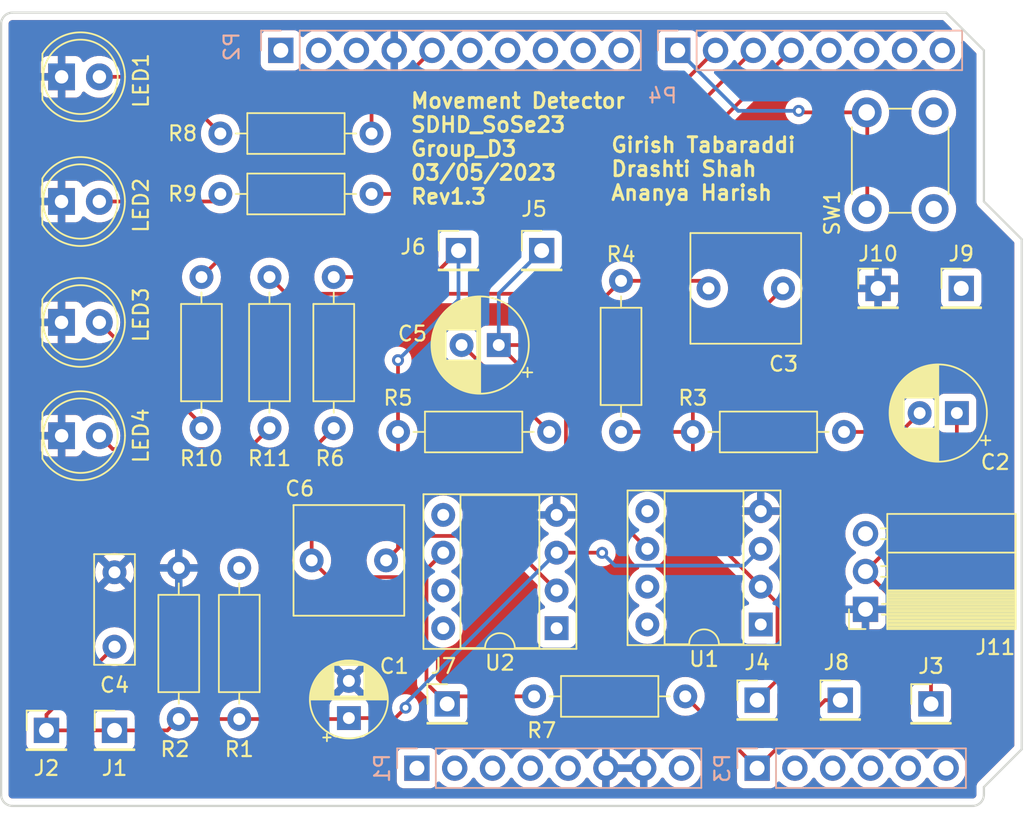
<source format=kicad_pcb>
(kicad_pcb (version 20221018) (generator pcbnew)
  (title_block (title "Movement Detector based on IPM-165 Radar Module") (date "2023-04-26") (rev "v 1.0") (company "HDA Student/Girish;Ananya;Drashti") (comment 1 "Group D3"))
  (layers (0 "F.Cu" signal) (1 "In1.Cu" power "Gnd") (2 "In2.Cu" power "Power") (31 "B.Cu" signal) (34 "B.Paste" user) (35 "F.Paste" user) (36 "B.SilkS" user "B.Silkscreen") (37 "F.SilkS" user "F.Silkscreen") (38 "B.Mask" user) (39 "F.Mask" user) (44 "Edge.Cuts" user))
  (net 0 "")
  (net 1 "GND")
  (net 2 "/VD_I")
  (net 3 "Vin")
  (net 4 "Net-(C2-Pad2)")
  (net 5 "Net-(J4-Pin_1)")
  (net 6 "Net-(J5-Pin_1)")
  (net 7 "Net-(C5-Pad2)")
  (net 8 "Net-(J6-Pin_1)")
  (net 9 "Net-(J7-Pin_1)")
  (net 10 "Vout")
  (net 11 "Net-(LED1-A)")
  (net 12 "Net-(LED2-A)")
  (net 13 "Net-(LED3-A)")
  (net 14 "Net-(LED4-A)")
  (net 16 "/VDDIO_Arduino{slash}2")
  (net 17 "/nReset{slash}2")
  (net 18 "/3.3V")
  (net 19 "+5V")
  (net 20 "/Vin{slash}2")
  (net 21 "/P6.0")
  (net 22 "/P6.1")
  (net 23 "USER_LED")
  (net 24 "/NC")
  (net 25 "/P6.6")
  (net 26 "/P6.5")
  (net 27 "/P6.4")
  (net 28 "/P12.5")
  (net 29 "/P12.4")
  (net 30 "/P15.4")
  (net 31 "/P6.3")
  (net 34 "SW_PUSH")
  (net 35 "LED_GREEN")
  (net 36 "LED_ORANGE")
  (net 37 "LED_RED")
  (net 38 "/P6.2")
  (net 39 "/P2.3")
  (net 40 "/P2.2")
  (net 41 "/P2.1")
  (net 48 "/P2.0")
  (footprint "Capacitor_THT:CP_Radial_D6.3mm_P2.50mm" (layer "F.Cu") (at 133.44038 69.012 180)
    (fp_text reference "C5" (at 5.802 0.762) (layer "F.SilkS"))
    (fp_text value "4.7u")
    (pad "1" thru_hole rect (at 0 0 180) (size 1.6 1.6) (drill 0.8) (layers "*.Cu" "*.Mask") (net 6 "Net-(J5-Pin_1)"))
    (pad "2" thru_hole circle (at 2.5 0 180) (size 1.6 1.6) (drill 0.8) (layers "*.Cu" "*.Mask") (net 7 "Net-(C5-Pad2)"))
  )
  (footprint "Capacitor_THT:C_Rect_L7.2mm_W2.5mm_P5.00mm_FKS2_FKP2_MKS2_MKP2" (layer "F.Cu") (at 107.62 84.292 -90)
    (fp_text reference "C4" (at 7.58 0 -180) (layer "F.SilkS"))
    (fp_text value "100n")
    (pad "1" thru_hole circle (at 0 0 270) (size 1.6 1.6) (drill 0.8) (layers "*.Cu" "*.Mask") (net 1 "GND"))
    (pad "2" thru_hole circle (at 5 0 270) (size 1.6 1.6) (drill 0.8) (layers "*.Cu" "*.Mask") (net 2 "/VD_I"))
  )
  (footprint "Resistor_THT:R_Axial_DIN0207_L6.3mm_D2.5mm_P10.16mm_Horizontal" (layer "F.Cu") (at 141.656 74.854 90)
    (fp_text reference "R4" (at 11.938 0) (layer "F.SilkS"))
    (fp_text value "220k")
    (pad "1" thru_hole circle (at 0 0 90) (size 1.6 1.6) (drill 0.8) (layers "*.Cu" "*.Mask") (net 5 "Net-(J4-Pin_1)"))
    (pad "2" thru_hole oval (at 10.16 0 90) (size 1.6 1.6) (drill 0.8) (layers "*.Cu" "*.Mask") (net 6 "Net-(J5-Pin_1)"))
  )
  (footprint "Resistor_THT:R_Axial_DIN0207_L6.3mm_D2.5mm_P10.16mm_Horizontal" (layer "F.Cu") (at 113.462 74.6 90)
    (fp_text reference "R10" (at -2.032 0 180) (layer "F.SilkS"))
    (fp_text value "470")
    (pad "1" thru_hole circle (at 0 0 90) (size 1.6 1.6) (drill 0.8) (layers "*.Cu" "*.Mask") (net 13 "Net-(LED3-A)"))
    (pad "2" thru_hole oval (at 10.16 0 90) (size 1.6 1.6) (drill 0.8) (layers "*.Cu" "*.Mask") (net 36 "LED_ORANGE"))
  )
  (footprint "LED_THT:LED_D5.0mm" (layer "F.Cu") (at 104.064 50.978)
    (fp_text reference "LED1" (at 5.339 0.254 90) (layer "F.SilkS"))
    (fp_text value "Power_Led")
    (pad "1" thru_hole rect (at 0 0) (size 1.8 1.8) (drill 0.9) (layers "*.Cu" "*.Mask") (net 1 "GND"))
    (pad "2" thru_hole circle (at 2.54 0) (size 1.8 1.8) (drill 0.9) (layers "*.Cu" "*.Mask") (net 11 "Net-(LED1-A)"))
  )
  (footprint "Connector_PinHeader_2.54mm:PinHeader_1x01_P2.54mm_Vertical" (layer "F.Cu") (at 103.048 94.92)
    (fp_text reference "J2" (at 0 2.54) (layer "F.SilkS"))
    (fp_text value "~")
    (pad "1" thru_hole rect (at 0 0) (size 1.7 1.7) (drill 1) (layers "*.Cu" "*.Mask") (net 2 "/VD_I"))
  )
  (footprint "Connector_PinHeader_2.54mm:PinHeader_1x01_P2.54mm_Vertical" (layer "F.Cu") (at 158.928 65.202)
    (fp_text reference "J10" (at 0 -2.33) (layer "F.SilkS"))
    (fp_text value "GND_Test")
    (pad "1" thru_hole rect (at 0 0) (size 1.7 1.7) (drill 1) (layers "*.Cu" "*.Mask") (net 1 "GND"))
  )
  (footprint "Connector_PinHeader_2.54mm:PinHeader_1x01_P2.54mm_Vertical" (layer "F.Cu") (at 107.62 94.92)
    (fp_text reference "J1" (at 0 2.54) (layer "F.SilkS"))
    (fp_text value "~")
    (pad "1" thru_hole rect (at 0 0) (size 1.7 1.7) (drill 1) (layers "*.Cu" "*.Mask") (net 2 "/VD_I"))
  )
  (footprint "Resistor_THT:R_Axial_DIN0207_L6.3mm_D2.5mm_P10.16mm_Horizontal" (layer "F.Cu") (at 114.732 54.788)
    (fp_text reference "R8" (at -2.54 0) (layer "F.SilkS"))
    (fp_text value "470")
    (pad "1" thru_hole circle (at 0 0) (size 1.6 1.6) (drill 0.8) (layers "*.Cu" "*.Mask") (net 11 "Net-(LED1-A)"))
    (pad "2" thru_hole oval (at 10.16 0) (size 1.6 1.6) (drill 0.8) (layers "*.Cu" "*.Mask") (net 23 "USER_LED"))
  )
  (footprint "Connector_PinHeader_2.54mm:PinHeader_1x01_P2.54mm_Vertical" (layer "F.Cu") (at 136.322 62.662)
    (fp_text reference "J5" (at -0.508 -2.794) (layer "F.SilkS"))
    (fp_text value "OUT1")
    (pad "1" thru_hole rect (at 0 0) (size 1.7 1.7) (drill 1) (layers "*.Cu" "*.Mask") (net 6 "Net-(J5-Pin_1)"))
  )
  (footprint "Connector_PinHeader_2.54mm:PinHeader_1x01_P2.54mm_Vertical" (layer "F.Cu") (at 129.972 93.142)
    (fp_text reference "J7" (at -0.254 -2.54 180) (layer "F.SilkS"))
    (fp_text value "OUT2")
    (pad "1" thru_hole rect (at 0 0) (size 1.7 1.7) (drill 1) (layers "*.Cu" "*.Mask") (net 9 "Net-(J7-Pin_1)"))
  )
  (footprint "Resistor_THT:R_Axial_DIN0207_L6.3mm_D2.5mm_P10.16mm_Horizontal" (layer "F.Cu") (at 116.002 83.998 -90)
    (fp_text reference "R1" (at 12.192 0) (layer "F.SilkS"))
    (fp_text value "1k")
    (pad "1" thru_hole circle (at 0 0 270) (size 1.6 1.6) (drill 0.8) (layers "*.Cu" "*.Mask") (net 19 "+5V"))
    (pad "2" thru_hole oval (at 10.16 0 270) (size 1.6 1.6) (drill 0.8) (layers "*.Cu" "*.Mask") (net 2 "/VD_I"))
  )
  (footprint "Capacitor_THT:CP_Radial_D5.0mm_P2.50mm" (layer "F.Cu") (at 123.368 94.093113 90)
    (fp_text reference "C1" (at 3.491113 3.048 180) (layer "F.SilkS"))
    (fp_text value "22u")
    (pad "1" thru_hole rect (at 0 0 90) (size 1.6 1.6) (drill 0.8) (layers "*.Cu" "*.Mask") (net 2 "/VD_I"))
    (pad "2" thru_hole circle (at 2.5 0 90) (size 1.6 1.6) (drill 0.8) (layers "*.Cu" "*.Mask") (net 1 "GND"))
  )
  (footprint "Package_DIP:DIP-8_W7.62mm_Socket" (layer "F.Cu") (at 137.328 88.052 180)
    (fp_text reference "U2" (at 3.81 -2.33) (layer "F.SilkS"))
    (fp_text value "OPA340P")
    (pad "1" thru_hole rect (at 0 0 180) (size 1.6 1.6) (drill 0.8) (layers "*.Cu" "*.Mask"))
    (pad "2" thru_hole oval (at 0 2.54 180) (size 1.6 1.6) (drill 0.8) (layers "*.Cu" "*.Mask") (net 8 "Net-(J6-Pin_1)"))
    (pad "3" thru_hole oval (at 0 5.08 180) (size 1.6 1.6) (drill 0.8) (layers "*.Cu" "*.Mask") (net 2 "/VD_I"))
    (pad "4" thru_hole oval (at 0 7.62 180) (size 1.6 1.6) (drill 0.8) (layers "*.Cu" "*.Mask") (net 1 "GND"))
    (pad "5" thru_hole oval (at 7.62 7.62 180) (size 1.6 1.6) (drill 0.8) (layers "*.Cu" "*.Mask"))
    (pad "6" thru_hole oval (at 7.62 5.08 180) (size 1.6 1.6) (drill 0.8) (layers "*.Cu" "*.Mask") (net 9 "Net-(J7-Pin_1)"))
    (pad "7" thru_hole oval (at 7.62 2.54 180) (size 1.6 1.6) (drill 0.8) (layers "*.Cu" "*.Mask") (net 19 "+5V"))
    (pad "8" thru_hole oval (at 7.62 0 180) (size 1.6 1.6) (drill 0.8) (layers "*.Cu" "*.Mask"))
  )
  (footprint "Resistor_THT:R_Axial_DIN0207_L6.3mm_D2.5mm_P10.16mm_Horizontal" (layer "F.Cu") (at 122.352 64.44 -90)
    (fp_text reference "R6" (at 12.192 0.254 -180) (layer "F.SilkS"))
    (fp_text value "100k")
    (pad "1" thru_hole circle (at 0 0 270) (size 1.6 1.6) (drill 0.8) (layers "*.Cu" "*.Mask") (net 8 "Net-(J6-Pin_1)"))
    (pad "2" thru_hole oval (at 10.16 0 270) (size 1.6 1.6) (drill 0.8) (layers "*.Cu" "*.Mask") (net 9 "Net-(J7-Pin_1)"))
  )
  (footprint "Resistor_THT:R_Axial_DIN0207_L6.3mm_D2.5mm_P10.16mm_Horizontal" (layer "F.Cu") (at 156.642 74.854 180)
    (fp_text reference "R3" (at 10.16 2.286) (layer "F.SilkS"))
    (fp_text value "2.2k")
    (pad "1" thru_hole circle (at 0 0 180) (size 1.6 1.6) (drill 0.8) (layers "*.Cu" "*.Mask") (net 4 "Net-(C2-Pad2)"))
    (pad "2" thru_hole oval (at 10.16 0 180) (size 1.6 1.6) (drill 0.8) (layers "*.Cu" "*.Mask") (net 5 "Net-(J4-Pin_1)"))
  )
  (footprint "Capacitor_THT:C_Rect_L7.2mm_W7.2mm_P5.00mm_FKS2_FKP2_MKS2_MKP2" (layer "F.Cu") (at 152.538 65.202 180)
    (fp_text reference "C3" (at -0.04 -5.08) (layer "F.SilkS"))
    (fp_text value "1.5n")
    (pad "1" thru_hole circle (at 0 0 180) (size 1.6 1.6) (drill 0.8) (layers "*.Cu" "*.Mask") (net 5 "Net-(J4-Pin_1)"))
    (pad "2" thru_hole circle (at 5 0 180) (size 1.6 1.6) (drill 0.8) (layers "*.Cu" "*.Mask") (net 6 "Net-(J5-Pin_1)"))
  )
  (footprint "Resistor_THT:R_Axial_DIN0207_L6.3mm_D2.5mm_P10.16mm_Horizontal" (layer "F.Cu") (at 135.814 92.634)
    (fp_text reference "R7" (at 0.508 2.286) (layer "F.SilkS"))
    (fp_text value "100")
    (pad "1" thru_hole circle (at 0 0) (size 1.6 1.6) (drill 0.8) (layers "*.Cu" "*.Mask") (net 9 "Net-(J7-Pin_1)"))
    (pad "2" thru_hole oval (at 10.16 0) (size 1.6 1.6) (drill 0.8) (layers "*.Cu" "*.Mask") (net 10 "Vout"))
  )
  (footprint "LED_THT:LED_D5.0mm" (layer "F.Cu") (at 104.059 67.488)
    (fp_text reference "LED3" (at 5.339 -0.508 90) (layer "F.SilkS"))
    (fp_text value "Orange_Led")
    (pad "1" thru_hole rect (at 0 0) (size 1.8 1.8) (drill 0.9) (layers "*.Cu" "*.Mask") (net 1 "GND"))
    (pad "2" thru_hole circle (at 2.54 0) (size 1.8 1.8) (drill 0.9) (layers "*.Cu" "*.Mask") (net 13 "Net-(LED3-A)"))
  )
  (footprint "Connector_PinSocket_2.54mm:PinSocket_1x03_P2.54mm_Horizontal" (layer "F.Cu") (at 158.084 86.777 180)
    (fp_text reference "J11" (at -8.718 -2.555) (layer "F.SilkS"))
    (fp_text value "Conn_01x03_Socket")
    (pad "1" thru_hole rect (at 0 0 180) (size 1.7 1.7) (drill 1) (layers "*.Cu" "*.Mask") (net 1 "GND"))
    (pad "2" thru_hole oval (at 0 2.54 180) (size 1.7 1.7) (drill 1) (layers "*.Cu" "*.Mask") (net 3 "Vin"))
    (pad "3" thru_hole oval (at 0 5.08 180) (size 1.7 1.7) (drill 1) (layers "*.Cu" "*.Mask") (net 19 "+5V"))
  )
  (footprint "Capacitor_THT:CP_Radial_D6.3mm_P2.50mm" (layer "F.Cu") (at 164.222 73.584 180)
    (fp_text reference "C2" (at -2.58 -3.302) (layer "F.SilkS"))
    (fp_text value "4.7u")
    (pad "1" thru_hole rect (at 0 0 180) (size 1.6 1.6) (drill 0.8) (layers "*.Cu" "*.Mask") (net 3 "Vin"))
    (pad "2" thru_hole circle (at 2.5 0 180) (size 1.6 1.6) (drill 0.8) (layers "*.Cu" "*.Mask") (net 4 "Net-(C2-Pad2)"))
  )
  (footprint "Connector_PinHeader_2.54mm:PinHeader_1x01_P2.54mm_Vertical" (layer "F.Cu") (at 150.8 92.888)
    (fp_text reference "J4" (at 0 -2.54) (layer "F.SilkS"))
    (fp_text value "IN2")
    (pad "1" thru_hole rect (at 0 0) (size 1.7 1.7) (drill 1) (layers "*.Cu" "*.Mask") (net 5 "Net-(J4-Pin_1)"))
  )
  (footprint "Button_Switch_THT:SW_PUSH_6mm_H7.3mm" (layer "F.Cu") (at 162.666 53.368 -90)
    (fp_text reference "SW1" (at 6.754 6.822 90) (layer "F.SilkS"))
    (fp_text value "SW_Push")
    (pad "1" thru_hole circle (at 0 0) (size 2 2) (drill 1.1) (layers "*.Cu" "*.Mask") (net 19 "+5V"))
    (pad "1" thru_hole circle (at 6.5 0) (size 2 2) (drill 1.1) (layers "*.Cu" "*.Mask") (net 19 "+5V"))
    (pad "2" thru_hole circle (at 0 4.5) (size 2 2) (drill 1.1) (layers "*.Cu" "*.Mask") (net 34 "SW_PUSH"))
    (pad "2" thru_hole circle (at 6.5 4.5) (size 2 2) (drill 1.1) (layers "*.Cu" "*.Mask") (net 34 "SW_PUSH"))
  )
  (footprint "Connector_PinHeader_2.54mm:PinHeader_1x01_P2.54mm_Vertical" (layer "F.Cu") (at 162.484 93.142)
    (fp_text reference "J3" (at 0 -2.54) (layer "F.SilkS"))
    (fp_text value "IN1")
    (pad "1" thru_hole rect (at 0 0) (size 1.7 1.7) (drill 1) (layers "*.Cu" "*.Mask") (net 3 "Vin"))
  )
  (footprint "Resistor_THT:R_Axial_DIN0207_L6.3mm_D2.5mm_P10.16mm_Horizontal" (layer "F.Cu") (at 136.83 74.854 180)
    (fp_text reference "R5" (at 10.16 2.286 180) (layer "F.SilkS"))
    (fp_text value "33k")
    (pad "1" thru_hole circle (at 0 0 180) (size 1.6 1.6) (drill 0.8) (layers "*.Cu" "*.Mask") (net 7 "Net-(C5-Pad2)"))
    (pad "2" thru_hole oval (at 10.16 0 180) (size 1.6 1.6) (drill 0.8) (layers "*.Cu" "*.Mask") (net 8 "Net-(J6-Pin_1)"))
  )
  (footprint "Package_DIP:DIP-8_W7.62mm_Socket" (layer "F.Cu") (at 151.044 87.798 180)
    (fp_text reference "U1" (at 3.81 -2.33) (layer "F.SilkS"))
    (fp_text value "OPA340P")
    (pad "1" thru_hole rect (at 0 0 180) (size 1.6 1.6) (drill 0.8) (layers "*.Cu" "*.Mask"))
    (pad "2" thru_hole oval (at 0 2.54 180) (size 1.6 1.6) (drill 0.8) (layers "*.Cu" "*.Mask") (net 5 "Net-(J4-Pin_1)"))
    (pad "3" thru_hole oval (at 0 5.08 180) (size 1.6 1.6) (drill 0.8) (layers "*.Cu" "*.Mask") (net 2 "/VD_I"))
    (pad "4" thru_hole oval (at 0 7.62 180) (size 1.6 1.6) (drill 0.8) (layers "*.Cu" "*.Mask") (net 1 "GND"))
    (pad "5" thru_hole oval (at 7.62 7.62 180) (size 1.6 1.6) (drill 0.8) (layers "*.Cu" "*.Mask"))
    (pad "6" thru_hole oval (at 7.62 5.08 180) (size 1.6 1.6) (drill 0.8) (layers "*.Cu" "*.Mask") (net 6 "Net-(J5-Pin_1)"))
    (pad "7" thru_hole oval (at 7.62 2.54 180) (size 1.6 1.6) (drill 0.8) (layers "*.Cu" "*.Mask") (net 19 "+5V"))
    (pad "8" thru_hole oval (at 7.62 0 180) (size 1.6 1.6) (drill 0.8) (layers "*.Cu" "*.Mask"))
  )
  (footprint "Connector_PinHeader_2.54mm:PinHeader_1x01_P2.54mm_Vertical" (layer "F.Cu") (at 130.734 62.662)
    (fp_text reference "J6" (at -3.048 -0.254 180) (layer "F.SilkS"))
    (fp_text value "IN3")
    (pad "1" thru_hole rect (at 0 0) (size 1.7 1.7) (drill 1) (layers "*.Cu" "*.Mask") (net 8 "Net-(J6-Pin_1)"))
  )
  (footprint "Connector_PinHeader_2.54mm:PinHeader_1x01_P2.54mm_Vertical" (layer "F.Cu") (at 156.388 92.888)
    (fp_text reference "J8" (at -0.254 -2.54 180) (layer "F.SilkS"))
    (fp_text value "Vout")
    (pad "1" thru_hole rect (at 0 0) (size 1.7 1.7) (drill 1) (layers "*.Cu" "*.Mask") (net 10 "Vout"))
  )
  (footprint "Resistor_THT:R_Axial_DIN0207_L6.3mm_D2.5mm_P10.16mm_Horizontal" (layer "F.Cu") (at 111.938 94.158 90)
    (fp_text reference "R2" (at -2.032 -0.254 180) (layer "F.SilkS"))
    (fp_text value "1k")
    (pad "1" thru_hole circle (at 0 0 90) (size 1.6 1.6) (drill 0.8) (layers "*.Cu" "*.Mask") (net 2 "/VD_I"))
    (pad "2" thru_hole oval (at 10.16 0 90) (size 1.6 1.6) (drill 0.8) (layers "*.Cu" "*.Mask") (net 1 "GND"))
  )
  (footprint "Resistor_THT:R_Axial_DIN0207_L6.3mm_D2.5mm_P10.16mm_Horizontal" (layer "F.Cu") (at 118.034 74.6 90)
    (fp_text reference "R11" (at -2.032 0 180) (layer "F.SilkS"))
    (fp_text value "470")
    (pad "1" thru_hole circle (at 0 0 90) (size 1.6 1.6) (drill 0.8) (layers "*.Cu" "*.Mask") (net 14 "Net-(LED4-A)"))
    (pad "2" thru_hole oval (at 10.16 0 90) (size 1.6 1.6) (drill 0.8) (layers "*.Cu" "*.Mask") (net 37 "LED_RED"))
  )
  (footprint "LED_THT:LED_D5.0mm" (layer "F.Cu") (at 104.064 75.108)
    (fp_text reference "LED4" (at 5.334 0 90) (layer "F.SilkS"))
    (fp_text value "Red_Led")
    (pad "1" thru_hole rect (at 0 0) (size 1.8 1.8) (drill 0.9) (layers "*.Cu" "*.Mask") (net 1 "GND"))
    (pad "2" thru_hole circle (at 2.54 0) (size 1.8 1.8) (drill 0.9) (layers "*.Cu" "*.Mask") (net 14 "Net-(LED4-A)"))
  )
  (footprint "Resistor_THT:R_Axial_DIN0207_L6.3mm_D2.5mm_P10.16mm_Horizontal" (layer "F.Cu") (at 114.732 58.852)
    (fp_text reference "R9" (at -2.54 0) (layer "F.SilkS"))
    (fp_text value "470")
    (pad "1" thru_hole circle (at 0 0) (size 1.6 1.6) (drill 0.8) (layers "*.Cu" "*.Mask") (net 12 "Net-(LED2-A)"))
    (pad "2" thru_hole oval (at 10.16 0) (size 1.6 1.6) (drill 0.8) (layers "*.Cu" "*.Mask") (net 35 "LED_GREEN"))
  )
  (footprint "Connector_PinHeader_2.54mm:PinHeader_1x01_P2.54mm_Vertical" (layer "F.Cu") (at 164.516 65.202)
    (fp_text reference "J9" (at 0 -2.33) (layer "F.SilkS"))
    (fp_text value "+5V_Test")
    (pad "1" thru_hole rect (at 0 0) (size 1.7 1.7) (drill 1) (layers "*.Cu" "*.Mask") (net 19 "+5V"))
  )
  (footprint "Capacitor_THT:C_Rect_L7.2mm_W7.2mm_P5.00mm_FKS2_FKP2_MKS2_MKP2" (layer "F.Cu") (at 125.868 83.49 180)
    (fp_text reference "C6" (at 5.802 4.826 180) (layer "F.SilkS"))
    (fp_text value "3.3n")
    (pad "1" thru_hole circle (at 0 0 180) (size 1.6 1.6) (drill 0.8) (layers "*.Cu" "*.Mask") (net 8 "Net-(J6-Pin_1)"))
    (pad "2" thru_hole circle (at 5 0 180) (size 1.6 1.6) (drill 0.8) (layers "*.Cu" "*.Mask") (net 9 "Net-(J7-Pin_1)"))
  )
  (footprint "LED_THT:LED_D5.0mm" (layer "F.Cu") (at 104.059 59.36)
    (fp_text reference "LED2" (at 5.339 0.254 90) (layer "F.SilkS"))
    (fp_text value "Green_Led")
    (pad "1" thru_hole rect (at 0 0) (size 1.8 1.8) (drill 0.9) (layers "*.Cu" "*.Mask") (net 1 "GND"))
    (pad "2" thru_hole circle (at 2.54 0) (size 1.8 1.8) (drill 0.9) (layers "*.Cu" "*.Mask") (net 12 "Net-(LED2-A)"))
  )
  (footprint "Connector_PinHeader_2.54mm:PinHeader_1x08_P2.54mm_Vertical" (layer "B.Cu") (at 127.94 97.46 -90)
    (fp_text reference "P1" (at 0 2.33 90) (layer "B.SilkS") (effects (justify mirror)))
    (fp_text value "Power")
    (pad "1" thru_hole rect locked (at 0 0 270) (size 1.7 1.7) (drill 1) (layers "*.Cu" "*.Mask"))
    (pad "2" thru_hole oval locked (at 0 -2.54 270) (size 1.7 1.7) (drill 1) (layers "*.Cu" "*.Mask") (net 16 "/VDDIO_Arduino{slash}2"))
    (pad "3" thru_hole oval locked (at 0 -5.08 270) (size 1.7 1.7) (drill 1) (layers "*.Cu" "*.Mask") (net 17 "/nReset{slash}2"))
    (pad "4" thru_hole oval locked (at 0 -7.62 270) (size 1.7 1.7) (drill 1) (layers "*.Cu" "*.Mask") (net 18 "/3.3V"))
    (pad "5" thru_hole oval locked (at 0 -10.16 270) (size 1.7 1.7) (drill 1) (layers "*.Cu" "*.Mask") (net 19 "+5V"))
    (pad "6" thru_hole oval locked (at 0 -12.7 270) (size 1.7 1.7) (drill 1) (layers "*.Cu" "*.Mask") (net 1 "GND"))
    (pad "7" thru_hole oval locked (at 0 -15.24 270) (size 1.7 1.7) (drill 1) (layers "*.Cu" "*.Mask") (net 1 "GND"))
    (pad "8" thru_hole oval locked (at 0 -17.78 270) (size 1.7 1.7) (drill 1) (layers "*.Cu" "*.Mask") (net 20 "/Vin{slash}2"))
  )
  (footprint "Connector_PinHeader_2.54mm:PinHeader_1x06_P2.54mm_Vertical" (layer "B.Cu") (at 150.8 97.46 -90)
    (fp_text reference "P3" (at 0 2.33 90) (layer "B.SilkS") (effects (justify mirror)))
    (fp_text value "Analog")
    (pad "1" thru_hole rect locked (at 0 0 270) (size 1.7 1.7) (drill 1) (layers "*.Cu" "*.Mask") (net 10 "Vout"))
    (pad "2" thru_hole oval locked (at 0 -2.54 270) (size 1.7 1.7) (drill 1) (layers "*.Cu" "*.Mask") (net 30 "/P15.4"))
    (pad "3" thru_hole oval locked (at 0 -5.08 270) (size 1.7 1.7) (drill 1) (layers "*.Cu" "*.Mask") (net 31 "/P6.3"))
    (pad "4" thru_hole oval locked (at 0 -7.62 270) (size 1.7 1.7) (drill 1) (layers "*.Cu" "*.Mask") (net 38 "/P6.2"))
    (pad "5" thru_hole oval locked (at 0 -10.16 270) (size 1.7 1.7) (drill 1) (layers "*.Cu" "*.Mask"))
    (pad "6" thru_hole oval locked (at 0 -12.7 270) (size 1.7 1.7) (drill 1) (layers "*.Cu" "*.Mask"))
  )
  (footprint "Connector_PinHeader_2.54mm:PinHeader_1x10_P2.54mm_Vertical" (layer "B.Cu") (at 118.796 49.2 -90)
    (fp_text reference "P2" (at -0.254 3.302 90) (layer "B.SilkS") (effects (justify mirror)))
    (fp_text value "Digital/PWM")
    (pad "1" thru_hole rect locked (at 0 0 270) (size 1.7 1.7) (drill 1) (layers "*.Cu" "*.Mask") (net 21 "/P6.0"))
    (pad "2" thru_hole oval locked (at 0 -2.54 270) (size 1.7 1.7) (drill 1) (layers "*.Cu" "*.Mask") (net 22 "/P6.1"))
    (pad "3" thru_hole oval locked (at 0 -5.08 270) (size 1.7 1.7) (drill 1) (layers "*.Cu" "*.Mask") (net 24 "/NC"))
    (pad "4" thru_hole oval locked (at 0 -7.62 270) (size 1.7 1.7) (drill 1) (layers "*.Cu" "*.Mask") (net 1 "GND"))
    (pad "5" thru_hole oval locked (at 0 -10.16 270) (size 1.7 1.7) (drill 1) (layers "*.Cu" "*.Mask") (net 23 "USER_LED"))
    (pad "6" thru_hole oval locked (at 0 -12.7 270) (size 1.7 1.7) (drill 1) (layers "*.Cu" "*.Mask") (net 25 "/P6.6"))
    (pad "7" thru_hole oval locked (at 0 -15.24 270) (size 1.7 1.7) (drill 1) (layers "*.Cu" "*.Mask") (net 26 "/P6.5"))
    (pad "8" thru_hole oval locked (at 0 -17.78 270) (size 1.7 1.7) (drill 1) (layers "*.Cu" "*.Mask") (net 27 "/P6.4"))
    (pad "9" thru_hole oval locked (at 0 -20.32 270) (size 1.7 1.7) (drill 1) (layers "*.Cu" "*.Mask") (net 28 "/P12.5"))
    (pad "10" thru_hole oval locked (at 0 -22.86 270) (size 1.7 1.7) (drill 1) (layers "*.Cu" "*.Mask") (net 29 "/P12.4"))
  )
  (footprint "Connector_PinHeader_2.54mm:PinHeader_1x08_P2.54mm_Vertical" (layer "B.Cu") (at 145.466 49.2 -90)
    (fp_text reference "P4" (at 3.048 1.016) (layer "B.SilkS") (effects (justify mirror)))
    (fp_text value "Digital/PWM" hide)
    (pad "1" thru_hole rect locked (at 0 0 270) (size 1.7 1.7) (drill 1) (layers "*.Cu" "*.Mask") (net 34 "SW_PUSH"))
    (pad "2" thru_hole oval locked (at 0 -2.54 270) (size 1.7 1.7) (drill 1) (layers "*.Cu" "*.Mask") (net 35 "LED_GREEN"))
    (pad "3" thru_hole oval locked (at 0 -5.08 270) (size 1.7 1.7) (drill 1) (layers "*.Cu" "*.Mask") (net 36 "LED_ORANGE"))
    (pad "4" thru_hole oval locked (at 0 -7.62 270) (size 1.7 1.7) (drill 1) (layers "*.Cu" "*.Mask") (net 37 "LED_RED"))
    (pad "5" thru_hole oval locked (at 0 -10.16 270) (size 1.7 1.7) (drill 1) (layers "*.Cu" "*.Mask") (net 39 "/P2.3"))
    (pad "6" thru_hole oval locked (at 0 -12.7 270) (size 1.7 1.7) (drill 1) (layers "*.Cu" "*.Mask") (net 40 "/P2.2"))
    (pad "7" thru_hole oval locked (at 0 -15.24 270) (size 1.7 1.7) (drill 1) (layers "*.Cu" "*.Mask") (net 41 "/P2.1"))
    (pad "8" thru_hole oval locked (at 0 -17.78 270) (size 1.7 1.7) (drill 1) (layers "*.Cu" "*.Mask") (net 48 "/P2.0"))
  )
  (gr_line (start 166.04 59.36) (end 168.58 61.9) (stroke (width 0.15)) (layer "Edge.Cuts"))
  (gr_line (start 100 99.238) (end 100 47.422) (stroke (width 0.15)) (layer "Edge.Cuts"))
  (gr_line (start 168.58 61.9) (end 168.58 96.19) (stroke (width 0.15)) (layer "Edge.Cuts"))
  (gr_line (start 165.278 100) (end 100.762 100) (stroke (width 0.15)) (layer "Edge.Cuts"))
  (gr_line (start 100.762 46.66) (end 163.5 46.66) (stroke (width 0.15)) (layer "Edge.Cuts"))
  (gr_arc (start 100.762 100) (mid 100.223185 99.776815) (end 100 99.238) (stroke (width 0.15)) (layer "Edge.Cuts"))
  (gr_line (start 168.58 96.19) (end 166.04 98.73) (stroke (width 0.15)) (layer "Edge.Cuts"))
  (gr_line (start 163.5 46.66) (end 166.04 49.2) (stroke (width 0.15)) (layer "Edge.Cuts"))
  (gr_arc (start 166.04 99.238) (mid 165.816815 99.776815) (end 165.278 100) (stroke (width 0.15)) (layer "Edge.Cuts"))
  (gr_line (start 166.04 49.2) (end 166.04 59.36) (stroke (width 0.15)) (layer "Edge.Cuts"))
  (gr_line (start 166.04 98.73) (end 166.04 99.238) (stroke (width 0.15)) (layer "Edge.Cuts"))
  (gr_arc (start 100 47.422) (mid 100.223185 46.883185) (end 100.762 46.66) (stroke (width 0.15)) (layer "Edge.Cuts"))
  (gr_text "Movement Detector\nSDHD_SoSe23\nGroup_D3\n03/05/2023\nRev1.3" (at 127.432 59.614) (layer "F.SilkS") (effects (font (size 1 1) (thickness 0.2) bold) (justify left bottom)))
  (gr_text "Girish Tabaraddi\nDrashti Shah\nAnanya Harish" (at 140.894 59.36) (layer "F.SilkS") (effects (font (size 1 1) (thickness 0.2) bold) (justify left bottom)))
  (segment (start 137.328 82.972) (end 140.376 82.972) (width 0.25) (layer "F.Cu") (net 2))
  (segment (start 140.376 82.972) (end 140.386 82.982) (width 0.25) (layer "F.Cu") (net 2))
  (segment (start 111.938 94.158) (end 116.002 94.158) (width 0.25) (layer "F.Cu") (net 2))
  (segment (start 126.480887 94.093113) (end 127.178 93.396) (width 0.25) (layer "F.Cu") (net 2))
  (segment (start 123.368 94.093113) (end 126.480887 94.093113) (width 0.25) (layer "F.Cu") (net 2))
  (segment (start 116.002 94.158) (end 123.303113 94.158) (width 0.25) (layer "F.Cu") (net 2))
  (segment (start 107.62 94.92) (end 103.048 94.92) (width 0.25) (layer "F.Cu") (net 2))
  (segment (start 123.303113 94.158) (end 123.368 94.093113) (width 0.25) (layer "F.Cu") (net 2))
  (segment (start 111.176 94.92) (end 111.938 94.158) (width 0.25) (layer "F.Cu") (net 2))
  (segment (start 107.62 94.92) (end 111.176 94.92) (width 0.25) (layer "F.Cu") (net 2))
  (segment (start 103.048 93.864) (end 103.048 94.92) (width 0.25) (layer "F.Cu") (net 2))
  (segment (start 107.62 89.292) (end 103.048 93.864) (width 0.25) (layer "F.Cu") (net 2))
  (via (at 127.178 93.396) (size 0.8) (drill 0.4) (layers "F.Cu" "B.Cu") (net 2))
  (via (at 140.386 82.982) (size 0.8) (drill 0.4) (layers "F.Cu" "B.Cu") (net 2))
  (segment (start 127.178 93.122) (end 137.328 82.972) (width 0.25) (layer "B.Cu") (net 2))
  (segment (start 140.386 82.982) (end 141.247 83.843) (width 0.25) (layer "B.Cu") (net 2))
  (segment (start 141.247 83.843) (end 149.919 83.843) (width 0.25) (layer "B.Cu") (net 2))
  (segment (start 127.178 93.396) (end 127.178 93.122) (width 0.25) (layer "B.Cu") (net 2))
  (segment (start 149.919 83.843) (end 151.044 82.718) (width 0.25) (layer "B.Cu") (net 2))
  (segment (start 164.222 73.584) (end 164.222 78.099) (width 0.25) (layer "F.Cu") (net 3))
  (segment (start 158.084 84.237) (end 162.484 88.637) (width 0.25) (layer "F.Cu") (net 3))
  (segment (start 162.484 88.637) (end 162.484 93.142) (width 0.25) (layer "F.Cu") (net 3))
  (segment (start 164.222 78.099) (end 158.084 84.237) (width 0.25) (layer "F.Cu") (net 3))
  (segment (start 156.642 74.854) (end 160.452 74.854) (width 0.25) (layer "F.Cu") (net 4))
  (segment (start 160.452 74.854) (end 161.722 73.584) (width 0.25) (layer "F.Cu") (net 4))
  (segment (start 152.169 86.383) (end 152.169 91.519) (width 0.25) (layer "F.Cu") (net 5))
  (segment (start 146.482 74.854) (end 146.482 80.696) (width 0.25) (layer "F.Cu") (net 5))
  (segment (start 146.482 80.696) (end 151.044 85.258) (width 0.25) (layer "F.Cu") (net 5))
  (segment (start 146.482 71.258) (end 152.538 65.202) (width 0.25) (layer "F.Cu") (net 5))
  (segment (start 152.169 91.519) (end 150.8 92.888) (width 0.25) (layer "F.Cu") (net 5))
  (segment (start 146.482 74.854) (end 146.482 71.258) (width 0.25) (layer "F.Cu") (net 5))
  (segment (start 141.656 74.854) (end 146.482 74.854) (width 0.25) (layer "F.Cu") (net 5))
  (segment (start 151.044 85.258) (end 152.169 86.383) (width 0.25) (layer "F.Cu") (net 5))
  (segment (start 137.955 73.52662) (end 137.955 77.249) (width 0.25) (layer "F.Cu") (net 6))
  (segment (start 137.955 77.249) (end 143.424 82.718) (width 0.25) (layer "F.Cu") (net 6))
  (segment (start 133.44038 69.012) (end 137.338 69.012) (width 0.25) (layer "F.Cu") (net 6))
  (segment (start 133.44038 69.012) (end 137.955 73.52662) (width 0.25) (layer "F.Cu") (net 6))
  (segment (start 147.03 64.694) (end 147.538 65.202) (width 0.25) (layer "F.Cu") (net 6))
  (segment (start 141.656 64.694) (end 147.03 64.694) (width 0.25) (layer "F.Cu") (net 6))
  (segment (start 137.338 69.012) (end 141.656 64.694) (width 0.25) (layer "F.Cu") (net 6))
  (segment (start 133.44038 65.54362) (end 136.322 62.662) (width 0.25) (layer "B.Cu") (net 6))
  (segment (start 133.44038 69.012) (end 133.44038 65.54362) (width 0.25) (layer "B.Cu") (net 6))
  (segment (start 136.83 74.854) (end 130.988 69.012) (width 0.25) (layer "F.Cu") (net 7))
  (segment (start 130.988 69.012) (end 130.94038 69.012) (width 0.25) (layer "F.Cu") (net 7))
  (segment (start 126.67 74.854) (end 126.67 82.688) (width 0.25) (layer "F.Cu") (net 8))
  (segment (start 126.67 74.854) (end 126.67 70.028) (width 0.25) (layer "F.Cu") (net 8))
  (segment (start 128.956 64.44) (end 130.734 62.662) (width 0.25) (layer "F.Cu") (net 8))
  (segment (start 137.328 85.512) (end 133.663 81.847) (width 0.25) (layer "F.Cu") (net 8))
  (segment (start 133.663 81.847) (end 127.511 81.847) (width 0.25) (layer "F.Cu") (net 8))
  (segment (start 126.67 82.688) (end 125.868 83.49) (width 0.25) (layer "F.Cu") (net 8))
  (segment (start 127.511 81.847) (end 125.868 83.49) (width 0.25) (layer "F.Cu") (net 8))
  (segment (start 122.352 64.44) (end 128.956 64.44) (width 0.25) (layer "F.Cu") (net 8))
  (via (at 126.67 70.028) (size 0.8) (drill 0.4) (layers "F.Cu" "B.Cu") (net 8))
  (segment (start 126.67 70.028) (end 130.734 65.964) (width 0.25) (layer "B.Cu") (net 8))
  (segment (start 130.734 65.964) (end 130.734 62.662) (width 0.25) (layer "B.Cu") (net 8))
  (segment (start 129.708 82.972) (end 128.065 84.615) (width 0.25) (layer "F.Cu") (net 9))
  (segment (start 130.48 92.634) (end 129.972 93.142) (width 0.25) (layer "F.Cu") (net 9))
  (segment (start 120.868 83.49) (end 120.868 76.084) (width 0.25) (layer "F.Cu") (net 9))
  (segment (start 129.972 93.142) (end 128.583 91.753) (width 0.25) (layer "F.Cu") (net 9))
  (segment (start 128.065 84.615) (end 121.993 84.615) (width 0.25) (layer "F.Cu") (net 9))
  (segment (start 128.583 91.753) (end 128.583 84.097) (width 0.25) (layer "F.Cu") (net 9))
  (segment (start 121.993 84.615) (end 120.868 83.49) (width 0.25) (layer "F.Cu") (net 9))
  (segment (start 120.868 76.084) (end 122.352 74.6) (width 0.25) (layer "F.Cu") (net 9))
  (segment (start 135.814 92.634) (end 130.48 92.634) (width 0.25) (layer "F.Cu") (net 9))
  (segment (start 128.583 84.097) (end 129.708 82.972) (width 0.25) (layer "F.Cu") (net 9))
  (segment (start 156.388 92.888) (end 155.372 92.888) (width 0.25) (layer "F.Cu") (net 10))
  (segment (start 155.372 92.888) (end 150.8 97.46) (width 0.25) (layer "F.Cu") (net 10))
  (segment (start 145.974 92.634) (end 150.8 97.46) (width 0.25) (layer "F.Cu") (net 10))
  (segment (start 106.604 50.978) (end 110.922 50.978) (width 0.25) (layer "F.Cu") (net 11))
  (segment (start 110.922 50.978) (end 114.732 54.788) (width 0.25) (layer "F.Cu") (net 11))
  (segment (start 114.224 59.36) (end 114.732 58.852) (width 0.25) (layer "F.Cu") (net 12))
  (segment (start 106.599 59.36) (end 114.224 59.36) (width 0.25) (layer "F.Cu") (net 12))
  (segment (start 106.599 67.488) (end 113.462 74.351) (width 0.25) (layer "F.Cu") (net 13))
  (segment (start 113.462 74.351) (end 113.462 74.6) (width 0.25) (layer "F.Cu") (net 13))
  (segment (start 107.504 76.008) (end 116.626 76.008) (width 0.25) (layer "F.Cu") (net 14))
  (segment (start 106.604 75.108) (end 107.504 76.008) (width 0.25) (layer "F.Cu") (net 14))
  (segment (start 116.626 76.008) (end 118.034 74.6) (width 0.25) (layer "F.Cu") (net 14))
  (segment (start 124.892 54.788) (end 124.892 53.264) (width 0.25) (layer "F.Cu") (net 23))
  (segment (start 124.892 53.264) (end 128.956 49.2) (width 0.25) (layer "F.Cu") (net 23))
  (segment (start 153.698 53.368) (end 153.594 53.264) (width 0.25) (layer "F.Cu") (net 34))
  (segment (start 158.202 53.368) (end 153.698 53.368) (width 0.25) (layer "F.Cu") (net 34))
  (segment (start 158.202 59.868) (end 158.202 53.368) (width 0.25) (layer "F.Cu") (net 34))
  (via (at 153.594 53.264) (size 0.8) (drill 0.4) (layers "F.Cu" "B.Cu") (net 34))
  (segment (start 153.594 53.264) (end 149.53 53.264) (width 0.25) (layer "B.Cu") (net 34))
  (segment (start 149.53 53.264) (end 145.466 49.2) (width 0.25) (layer "B.Cu") (net 34))
  (segment (start 124.892 58.852) (end 138.354 58.852) (width 0.25) (layer "F.Cu") (net 35))
  (segment (start 138.354 58.852) (end 148.006 49.2) (width 0.25) (layer "F.Cu") (net 35))
  (segment (start 117.018 60.884) (end 138.862 60.884) (width 0.25) (layer "F.Cu") (net 36))
  (segment (start 113.462 64.44) (end 117.018 60.884) (width 0.25) (layer "F.Cu") (net 36))
  (segment (start 138.862 60.884) (end 150.546 49.2) (width 0.25) (layer "F.Cu") (net 36))
  (segment (start 119.159 65.565) (end 136.721 65.565) (width 0.25) (layer "F.Cu") (net 37))
  (segment (start 118.034 64.44) (end 119.159 65.565) (width 0.25) (layer "F.Cu") (net 37))
  (segment (start 136.721 65.565) (end 153.086 49.2) (width 0.25) (layer "F.Cu") (net 37))
  (zone (net 1) (net_name "GND") (layer "F.Cu") (connect_pads (clearance 0.508)) (min_thickness 0.25) (fill yes (thermal_gap 0.5) (thermal_bridge_width 0.5))
    (polygon (pts (xy 100.2032 46.8886) (xy 100.7366 46.6346) (xy 163.4746 46.66) (xy 166.04 49.2) (xy 166.04 59.3346) (xy 168.58 61.9) (xy 168.6054 96.19) (xy 166.0654 98.73) (xy 165.9638 99.619) (xy 165.4304 100) (xy 100.4318 99.9746) (xy 99.9492 99.2888) (xy 100 47.2442)))
  )
  (zone (net 1) (net_name "GND") (layer "B.Cu") (priority 1) (connect_pads (clearance 0.508)) (min_thickness 0.25) (fill yes (thermal_gap 0.5) (thermal_bridge_width 0.5))
    (polygon (pts (xy 100.2794 46.8124) (xy 100.8128 46.6346) (xy 163.4746 46.66) (xy 166.04 49.2) (xy 166.04 59.3346) (xy 168.58 61.9) (xy 168.5546 96.1392) (xy 166.04 98.73) (xy 165.9638 99.5682) (xy 165.4812 99.9746) (xy 100.6096 100) (xy 100.0762 99.619) (xy 100 99.2634) (xy 100.0254 47.168)))
  )
)
</source>
